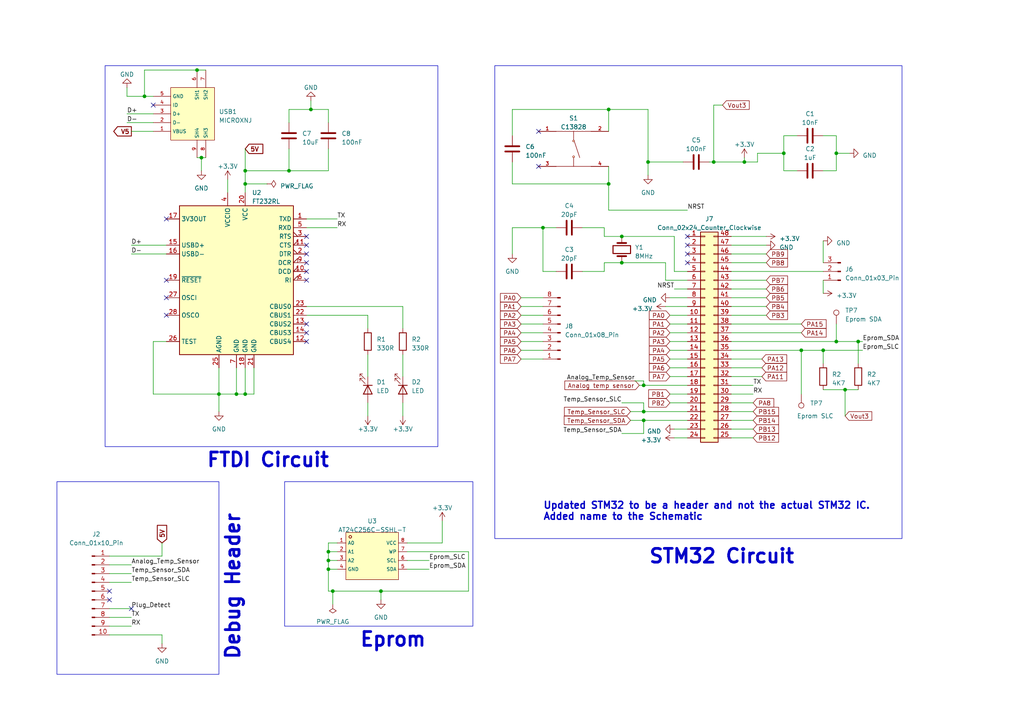
<source format=kicad_sch>
(kicad_sch (version 20230121) (generator eeschema)
  (paper "A4")
  (title_block (title "EEE3088F design project microcontroller schematic") (company "Matthew Rose-Innes"))
  (lib_symbols
    (symbol "Connector:Conn_01x03_Pin" (pin_names (offset 1.016) hide)
      (property "Reference" "J" (at 0 5.08 0))
      (property "Value" "Conn_01x03_Pin" (at 0 -5.08 0))
      (symbol "Conn_01x03_Pin_1_1"
        (pin passive line (at 5.08 2.54 180) (length 3.81) (name "Pin_1") (number "1"))
        (pin passive line (at 5.08 0 180) (length 3.81) (name "Pin_2") (number "2"))
        (pin passive line (at 5.08 -2.54 180) (length 3.81) (name "Pin_3") (number "3"))
      )
    )
    (symbol "Connector:Conn_01x08_Pin" (pin_names (offset 1.016) hide)
      (property "Reference" "J" (at 0 10.16 0))
      (property "Value" "Conn_01x08_Pin" (at 0 -12.7 0))
      (symbol "Conn_01x08_Pin_1_1"
        (pin passive line (at 5.08 7.62 180) (length 3.81) (name "Pin_1") (number "1"))
        (pin passive line (at 5.08 5.08 180) (length 3.81) (name "Pin_2") (number "2"))
        (pin passive line (at 5.08 2.54 180) (length 3.81) (name "Pin_3") (number "3"))
        (pin passive line (at 5.08 0 180) (length 3.81) (name "Pin_4") (number "4"))
        (pin passive line (at 5.08 -2.54 180) (length 3.81) (name "Pin_5") (number "5"))
        (pin passive line (at 5.08 -5.08 180) (length 3.81) (name "Pin_6") (number "6"))
        (pin passive line (at 5.08 -7.62 180) (length 3.81) (name "Pin_7") (number "7"))
        (pin passive line (at 5.08 -10.16 180) (length 3.81) (name "Pin_8") (number "8"))
      )
    )
    (symbol "Connector:Conn_01x10_Pin" (pin_names (offset 1.016) hide)
      (property "Reference" "J" (at 0 12.7 0))
      (property "Value" "Conn_01x10_Pin" (at 0 -15.24 0))
      (symbol "Conn_01x10_Pin_1_1"
        (pin passive line (at 5.08 10.16 180) (length 3.81) (name "Pin_1") (number "1"))
        (pin passive line (at 5.08 -12.7 180) (length 3.81) (name "Pin_10") (number "10"))
        (pin passive line (at 5.08 7.62 180) (length 3.81) (name "Pin_2") (number "2"))
        (pin passive line (at 5.08 5.08 180) (length 3.81) (name "Pin_3") (number "3"))
        (pin passive line (at 5.08 2.54 180) (length 3.81) (name "Pin_4") (number "4"))
        (pin passive line (at 5.08 0 180) (length 3.81) (name "Pin_5") (number "5"))
        (pin passive line (at 5.08 -2.54 180) (length 3.81) (name "Pin_6") (number "6"))
        (pin passive line (at 5.08 -5.08 180) (length 3.81) (name "Pin_7") (number "7"))
        (pin passive line (at 5.08 -7.62 180) (length 3.81) (name "Pin_8") (number "8"))
        (pin passive line (at 5.08 -10.16 180) (length 3.81) (name "Pin_9") (number "9"))
      )
    )
    (symbol "Connector:TestPoint" (pin_numbers hide) (pin_names (offset 0.762) hide)
      (property "Reference" "TP" (at 0 6.858 0))
      (property "Value" "TestPoint" (at 0 5.08 0))
      (symbol "TestPoint_1_1"
        (pin passive line (at 0 0 90) (length 2.54) (name "1") (number "1"))
      )
    )
    (symbol "Connector_Generic:Conn_02x24_Counter_Clockwise" (pin_names (offset 1.016) hide)
      (property "Reference" "J" (at 1.27 30.48 0))
      (property "Value" "Conn_02x24_Counter_Clockwise" (at 1.27 -33.02 0))
      (symbol "Conn_02x24_Counter_Clockwise_1_1"
        (pin passive line (at -5.08 27.94 0) (length 3.81) (name "Pin_1") (number "1"))
        (pin passive line (at -5.08 5.08 0) (length 3.81) (name "Pin_10") (number "10"))
        (pin passive line (at -5.08 2.54 0) (length 3.81) (name "Pin_11") (number "11"))
        (pin passive line (at -5.08 0 0) (length 3.81) (name "Pin_12") (number "12"))
        (pin passive line (at -5.08 -2.54 0) (length 3.81) (name "Pin_13") (number "13"))
        (pin passive line (at -5.08 -5.08 0) (length 3.81) (name "Pin_14") (number "14"))
        (pin passive line (at -5.08 -7.62 0) (length 3.81) (name "Pin_15") (number "15"))
        (pin passive line (at -5.08 -10.16 0) (length 3.81) (name "Pin_16") (number "16"))
        (pin passive line (at -5.08 -12.7 0) (length 3.81) (name "Pin_17") (number "17"))
        (pin passive line (at -5.08 -15.24 0) (length 3.81) (name "Pin_18") (number "18"))
        (pin passive line (at -5.08 -17.78 0) (length 3.81) (name "Pin_19") (number "19"))
        (pin passive line (at -5.08 25.4 0) (length 3.81) (name "Pin_2") (number "2"))
        (pin passive line (at -5.08 -20.32 0) (length 3.81) (name "Pin_20") (number "20"))
        (pin passive line (at -5.08 -22.86 0) (length 3.81) (name "Pin_21") (number "21"))
        (pin passive line (at -5.08 -25.4 0) (length 3.81) (name "Pin_22") (number "22"))
        (pin passive line (at -5.08 -27.94 0) (length 3.81) (name "Pin_23") (number "23"))
        (pin passive line (at -5.08 -30.48 0) (length 3.81) (name "Pin_24") (number "24"))
        (pin passive line (at 7.62 -30.48 180) (length 3.81) (name "Pin_25") (number "25"))
        (pin passive line (at 7.62 -27.94 180) (length 3.81) (name "Pin_26") (number "26"))
        (pin passive line (at 7.62 -25.4 180) (length 3.81) (name "Pin_27") (number "27"))
        (pin passive line (at 7.62 -22.86 180) (length 3.81) (name "Pin_28") (number "28"))
        (pin passive line (at 7.62 -20.32 180) (length 3.81) (name "Pin_29") (number "29"))
        (pin passive line (at -5.08 22.86 0) (length 3.81) (name "Pin_3") (number "3"))
        (pin passive line (at 7.62 -17.78 180) (length 3.81) (name "Pin_30") (number "30"))
        (pin passive line (at 7.62 -15.24 180) (length 3.81) (name "Pin_31") (number "31"))
        (pin passive line (at 7.62 -12.7 180) (length 3.81) (name "Pin_32") (number "32"))
        (pin passive line (at 7.62 -10.16 180) (length 3.81) (name "Pin_33") (number "33"))
        (pin passive line (at 7.62 -7.62 180) (length 3.81) (name "Pin_34") (number "34"))
        (pin passive line (at 7.62 -5.08 180) (length 3.81) (name "Pin_35") (number "35"))
        (pin passive line (at 7.62 -2.54 180) (length 3.81) (name "Pin_36") (number "36"))
        (pin passive line (at 7.62 0 180) (length 3.81) (name "Pin_37") (number "37"))
        (pin passive line (at 7.62 2.54 180) (length 3.81) (name "Pin_38") (number "38"))
        (pin passive line (at 7.62 5.08 180) (length 3.81) (name "Pin_39") (number "39"))
        (pin passive line (at -5.08 20.32 0) (length 3.81) (name "Pin_4") (number "4"))
        (pin passive line (at 7.62 7.62 180) (length 3.81) (name "Pin_40") (number "40"))
        (pin passive line (at 7.62 10.16 180) (length 3.81) (name "Pin_41") (number "41"))
        (pin passive line (at 7.62 12.7 180) (length 3.81) (name "Pin_42") (number "42"))
        (pin passive line (at 7.62 15.24 180) (length 3.81) (name "Pin_43") (number "43"))
        (pin passive line (at 7.62 17.78 180) (length 3.81) (name "Pin_44") (number "44"))
        (pin passive line (at 7.62 20.32 180) (length 3.81) (name "Pin_45") (number "45"))
        (pin passive line (at 7.62 22.86 180) (length 3.81) (name "Pin_46") (number "46"))
        (pin passive line (at 7.62 25.4 180) (length 3.81) (name "Pin_47") (number "47"))
        (pin passive line (at 7.62 27.94 180) (length 3.81) (name "Pin_48") (number "48"))
        (pin passive line (at -5.08 17.78 0) (length 3.81) (name "Pin_5") (number "5"))
        (pin passive line (at -5.08 15.24 0) (length 3.81) (name "Pin_6") (number "6"))
        (pin passive line (at -5.08 12.7 0) (length 3.81) (name "Pin_7") (number "7"))
        (pin passive line (at -5.08 10.16 0) (length 3.81) (name "Pin_8") (number "8"))
        (pin passive line (at -5.08 7.62 0) (length 3.81) (name "Pin_9") (number "9"))
      )
    )
    (symbol "Device:C" (pin_numbers hide) (pin_names (offset 0.254))
      (property "Reference" "C" (at 0.635 2.54 0))
      (property "Value" "C" (at 0.635 -2.54 0))
      (symbol "C_1_1"
        (pin passive line (at 0 3.81 270) (length 2.794) (name "~") (number "1"))
        (pin passive line (at 0 -3.81 90) (length 2.794) (name "~") (number "2"))
      )
    )
    (symbol "Device:Crystal" (pin_numbers hide) (pin_names (offset 1.016) hide)
      (property "Reference" "Y" (at 0 3.81 0))
      (property "Value" "Crystal" (at 0 -3.81 0))
      (symbol "Crystal_1_1"
        (pin passive line (at -3.81 0 0) (length 1.27) (name "1") (number "1"))
        (pin passive line (at 3.81 0 180) (length 1.27) (name "2") (number "2"))
      )
    )
    (symbol "Device:LED" (pin_numbers hide) (pin_names (offset 1.016) hide)
      (property "Reference" "D" (at 0 2.54 0))
      (property "Value" "LED" (at 0 -2.54 0))
      (symbol "LED_1_1"
        (pin passive line (at -3.81 0 0) (length 2.54) (name "K") (number "1"))
        (pin passive line (at 3.81 0 180) (length 2.54) (name "A") (number "2"))
      )
    )
    (symbol "Device:R" (pin_numbers hide) (pin_names (offset 0))
      (property "Reference" "R" (at 2.032 0 90))
      (property "Value" "R" (at 0 0 90))
      (symbol "R_1_1"
        (pin passive line (at 0 3.81 270) (length 1.27) (name "~") (number "1"))
        (pin passive line (at 0 -3.81 90) (length 1.27) (name "~") (number "2"))
      )
    )
    (symbol "EEprom:AT24C256C-SSHL-T"
      (property "Reference" "U" (at 0 1.27 0))
      (property "Value" "AT24C256C-SSHL-T" (at 0 -2.54 0))
      (symbol "AT24C256C-SSHL-T_0_1"
        (pin unspecified line (at -10.16 3.81 0) (length 2.54) (name "A0") (number "1"))
        (pin unspecified line (at -10.16 1.27 0) (length 2.54) (name "A1") (number "2"))
        (pin unspecified line (at -10.16 -1.27 0) (length 2.54) (name "A2") (number "3"))
        (pin unspecified line (at -10.16 -3.81 0) (length 2.54) (name "GND") (number "4"))
        (pin unspecified line (at 10.16 -3.81 180) (length 2.54) (name "SDA") (number "5"))
        (pin unspecified line (at 10.16 -1.27 180) (length 2.54) (name "SCL") (number "6"))
        (pin unspecified line (at 10.16 1.27 180) (length 2.54) (name "WP") (number "7"))
        (pin unspecified line (at 10.16 3.81 180) (length 2.54) (name "VCC") (number "8"))
      )
    )
    (symbol "Interface_USB:FT232RL"
      (property "Reference" "U" (at -16.51 22.86 0))
      (property "Value" "FT232RL" (at 10.16 22.86 0))
      (symbol "FT232RL_1_1"
        (pin output line (at 20.32 17.78 180) (length 3.81) (name "TXD") (number "1"))
        (pin input input_low (at 20.32 2.54 180) (length 3.81) (name "DCD") (number "10"))
        (pin input input_low (at 20.32 10.16 180) (length 3.81) (name "CTS") (number "11"))
        (pin bidirectional line (at 20.32 -17.78 180) (length 3.81) (name "CBUS4") (number "12"))
        (pin bidirectional line (at 20.32 -12.7 180) (length 3.81) (name "CBUS2") (number "13"))
        (pin bidirectional line (at 20.32 -15.24 180) (length 3.81) (name "CBUS3") (number "14"))
        (pin bidirectional line (at -20.32 10.16 0) (length 3.81) (name "USBD+") (number "15"))
        (pin bidirectional line (at -20.32 7.62 0) (length 3.81) (name "USBD-") (number "16"))
        (pin power_out line (at -20.32 17.78 0) (length 3.81) (name "3V3OUT") (number "17"))
        (pin power_in line (at 2.54 -25.4 90) (length 3.81) (name "GND") (number "18"))
        (pin input line (at -20.32 0 0) (length 3.81) (name "~{RESET}") (number "19"))
        (pin output output_low (at 20.32 7.62 180) (length 3.81) (name "DTR") (number "2"))
        (pin power_in line (at 2.54 25.4 270) (length 3.81) (name "VCC") (number "20"))
        (pin power_in line (at 5.08 -25.4 90) (length 3.81) (name "GND") (number "21"))
        (pin bidirectional line (at 20.32 -10.16 180) (length 3.81) (name "CBUS1") (number "22"))
        (pin bidirectional line (at 20.32 -7.62 180) (length 3.81) (name "CBUS0") (number "23"))
        (pin power_in line (at -5.08 -25.4 90) (length 3.81) (name "AGND") (number "25"))
        (pin input line (at -20.32 -17.78 0) (length 3.81) (name "TEST") (number "26"))
        (pin input line (at -20.32 -5.08 0) (length 3.81) (name "OSCI") (number "27"))
        (pin output line (at -20.32 -10.16 0) (length 3.81) (name "OSCO") (number "28"))
        (pin output output_low (at 20.32 12.7 180) (length 3.81) (name "RTS") (number "3"))
        (pin power_in line (at -2.54 25.4 270) (length 3.81) (name "VCCIO") (number "4"))
        (pin input line (at 20.32 15.24 180) (length 3.81) (name "RXD") (number "5"))
        (pin input input_low (at 20.32 0 180) (length 3.81) (name "RI") (number "6"))
        (pin power_in line (at 0 -25.4 90) (length 3.81) (name "GND") (number "7"))
        (pin input input_low (at 20.32 5.08 180) (length 3.81) (name "DCR") (number "9"))
      )
    )
    (symbol "MICROXNJ:MICROXNJ"
      (property "Reference" "USB" (at 0 1.27 0))
      (property "Value" "MICROXNJ" (at 0 -2.54 0))
      (symbol "MICROXNJ_0_1"
        (pin unspecified line (at -10.16 -5.08 0) (length 5.08) (name "VBUS") (number "1"))
        (pin unspecified line (at -10.16 -2.54 0) (length 5.08) (name "D-") (number "2"))
        (pin unspecified line (at -10.16 0 0) (length 5.08) (name "D+") (number "3"))
        (pin unspecified line (at -10.16 2.54 0) (length 5.08) (name "ID") (number "4"))
        (pin unspecified line (at -10.16 5.08 0) (length 5.08) (name "GND") (number "5"))
        (pin unspecified line (at 2.54 12.7 270) (length 5.08) (name "SH1") (number "6"))
        (pin unspecified line (at 5.08 12.7 270) (length 5.08) (name "SH2") (number "7"))
        (pin unspecified line (at 5.08 -12.7 90) (length 5.08) (name "SH3") (number "8"))
        (pin unspecified line (at 2.54 -12.7 90) (length 5.08) (name "SH4") (number "9"))
      )
    )
    (symbol "power:+3.3V" (power) (pin_names (offset 0))
      (property "Value" "+3.3V" (at 0 3.556 0))
      (symbol "+3.3V_1_1"
        (pin power_in line (at 0 0 90) (length 0) hide (name "+3.3V") (number "1"))
      )
    )
    (symbol "power:GND" (power) (pin_names (offset 0))
      (property "Value" "GND" (at 0 -3.81 0))
      (symbol "GND_1_1"
        (pin power_in line (at 0 0 270) (length 0) hide (name "GND") (number "1"))
      )
    )
    (symbol "power:PWR_FLAG" (power) (pin_numbers hide) (pin_names (offset 0) hide)
      (property "Value" "PWR_FLAG" (at 0 3.81 0))
      (symbol "PWR_FLAG_0_0"
        (pin power_out line (at 0 0 90) (length 0) (name "pwr") (number "1"))
      )
    )
    (symbol "tact switch:C13828" (pin_names hide)
      (property "Reference" "U" (at 0 1.27 0))
      (property "Value" "C13828" (at 0 -2.54 0))
      (symbol "C13828_0_1"
        (pin unspecified line (at -10.16 5.08 0) (length 5.08) (name "1") (number "1"))
        (pin unspecified line (at 10.16 5.08 180) (length 5.08) (name "2") (number "2"))
        (pin unspecified line (at -10.16 -5.08 0) (length 5.08) (name "3") (number "3"))
        (pin unspecified line (at 10.16 -5.08 180) (length 5.08) (name "4") (number "4"))
      )
    )
  )
  (junction (at 232.41 101.6))
  (junction (at 176.53 31.75))
  (junction (at 180.34 68.58))
  (junction (at 95.25 165.1))
  (junction (at 63.5 114.3))
  (junction (at 95.25 160.02))
  (junction (at 58.42 45.72))
  (junction (at 242.57 44.45))
  (junction (at 71.12 114.3))
  (junction (at 90.17 31.75))
  (junction (at 110.49 171.45))
  (junction (at 242.57 99.06))
  (junction (at 71.12 53.34))
  (junction (at 71.12 49.53))
  (junction (at 245.11 113.03))
  (junction (at 187.96 46.99))
  (junction (at 227.33 44.45))
  (junction (at 238.76 101.6))
  (junction (at 68.58 114.3))
  (junction (at 96.52 171.45))
  (junction (at 41.91 27.94))
  (junction (at 186.69 111.76))
  (junction (at 95.25 162.56))
  (junction (at 176.53 53.34))
  (junction (at 83.82 49.53))
  (junction (at 57.15 20.32))
  (junction (at 207.01 46.99))
  (junction (at 157.48 66.04))
  (junction (at 186.69 121.92))
  (junction (at 180.34 76.2))
  (junction (at 248.92 99.06))
  (junction (at 215.9 46.99))
  (junction (at 186.69 119.38))
  (no_connect (at 156.21 48.26))
  (no_connect (at 88.9 78.74))
  (no_connect (at 48.26 63.5))
  (no_connect (at 156.21 38.1))
  (no_connect (at 48.26 86.36))
  (no_connect (at 199.39 71.12))
  (no_connect (at 31.75 173.99))
  (no_connect (at 199.39 76.2))
  (no_connect (at 48.26 81.28))
  (no_connect (at 88.9 68.58))
  (no_connect (at 31.75 171.45))
  (no_connect (at 88.9 99.06))
  (no_connect (at 88.9 71.12))
  (no_connect (at 48.26 91.44))
  (no_connect (at 44.45 30.48))
  (no_connect (at 88.9 76.2))
  (no_connect (at 88.9 73.66))
  (no_connect (at 199.39 68.58))
  (no_connect (at 88.9 93.98))
  (no_connect (at 88.9 81.28))
  (no_connect (at 88.9 96.52))
  (no_connect (at 38.1 176.53))
  (no_connect (at 199.39 73.66))
  (wire (pts (xy 31.75 179.07) (xy 38.1 179.07)))
  (wire (pts (xy 36.83 33.02) (xy 44.45 33.02)))
  (wire (pts (xy 175.26 76.2) (xy 180.34 76.2)))
  (wire (pts (xy 242.57 93.98) (xy 242.57 99.06)))
  (wire (pts (xy 212.09 93.98) (xy 232.41 93.98)))
  (wire (pts (xy 31.75 184.15) (xy 46.99 184.15)))
  (wire (pts (xy 182.88 121.92) (xy 186.69 121.92)))
  (wire (pts (xy 95.25 165.1) (xy 97.79 165.1)))
  (wire (pts (xy 106.68 116.84) (xy 106.68 120.65)))
  (wire (pts (xy 57.15 20.32) (xy 59.69 20.32)))
  (wire (pts (xy 212.09 78.74) (xy 238.76 78.74)))
  (wire (pts (xy 212.09 101.6) (xy 232.41 101.6)))
  (wire (pts (xy 83.82 35.56) (xy 83.82 31.75)))
  (wire (pts (xy 83.82 43.18) (xy 83.82 49.53)))
  (wire (pts (xy 151.13 96.52) (xy 157.48 96.52)))
  (wire (pts (xy 212.09 83.82) (xy 222.25 83.82)))
  (wire (pts (xy 71.12 43.18) (xy 71.12 49.53)))
  (wire (pts (xy 212.09 96.52) (xy 232.41 96.52)))
  (wire (pts (xy 36.83 35.56) (xy 44.45 35.56)))
  (wire (pts (xy 118.11 157.48) (xy 128.27 157.48)))
  (wire (pts (xy 212.09 116.84) (xy 218.44 116.84)))
  (wire (pts (xy 118.11 162.56) (xy 124.46 162.56)))
  (wire (pts (xy 95.25 162.56) (xy 95.25 165.1)))
  (wire (pts (xy 186.69 111.76) (xy 199.39 111.76)))
  (wire (pts (xy 63.5 106.68) (xy 63.5 114.3)))
  (wire (pts (xy 71.12 53.34) (xy 77.47 53.34)))
  (wire (pts (xy 207.01 30.48) (xy 207.01 46.99)))
  (wire (pts (xy 180.34 68.58) (xy 195.58 68.58)))
  (wire (pts (xy 195.58 127) (xy 199.39 127)))
  (wire (pts (xy 116.84 102.87) (xy 116.84 109.22)))
  (wire (pts (xy 212.09 111.76) (xy 218.44 111.76)))
  (wire (pts (xy 175.26 66.04) (xy 175.26 68.58)))
  (wire (pts (xy 44.45 114.3) (xy 63.5 114.3)))
  (wire (pts (xy 238.76 49.53) (xy 242.57 49.53)))
  (wire (pts (xy 212.09 88.9) (xy 222.25 88.9)))
  (wire (pts (xy 194.31 96.52) (xy 199.39 96.52)))
  (wire (pts (xy 73.66 106.68) (xy 73.66 114.3)))
  (wire (pts (xy 182.88 119.38) (xy 186.69 119.38)))
  (wire (pts (xy 198.12 46.99) (xy 187.96 46.99)))
  (wire (pts (xy 187.96 31.75) (xy 187.96 46.99)))
  (wire (pts (xy 161.29 66.04) (xy 157.48 66.04)))
  (wire (pts (xy 193.04 81.28) (xy 199.39 81.28)))
  (wire (pts (xy 248.92 99.06) (xy 250.19 99.06)))
  (wire (pts (xy 148.59 39.37) (xy 148.59 31.75)))
  (wire (pts (xy 96.52 171.45) (xy 96.52 175.26)))
  (wire (pts (xy 83.82 31.75) (xy 90.17 31.75)))
  (wire (pts (xy 187.96 46.99) (xy 187.96 50.8)))
  (wire (pts (xy 36.83 25.4) (xy 36.83 27.94)))
  (wire (pts (xy 219.71 46.99) (xy 219.71 44.45)))
  (wire (pts (xy 116.84 88.9) (xy 88.9 88.9)))
  (wire (pts (xy 38.1 71.12) (xy 48.26 71.12)))
  (wire (pts (xy 151.13 99.06) (xy 157.48 99.06)))
  (wire (pts (xy 128.27 157.48) (xy 128.27 151.13)))
  (wire (pts (xy 31.75 168.91) (xy 38.1 168.91)))
  (wire (pts (xy 186.69 116.84) (xy 186.69 119.38)))
  (wire (pts (xy 95.25 49.53) (xy 83.82 49.53)))
  (wire (pts (xy 195.58 124.46) (xy 199.39 124.46)))
  (wire (pts (xy 212.09 104.14) (xy 220.98 104.14)))
  (wire (pts (xy 96.52 171.45) (xy 110.49 171.45)))
  (wire (pts (xy 212.09 106.68) (xy 220.98 106.68)))
  (wire (pts (xy 41.91 27.94) (xy 44.45 27.94)))
  (wire (pts (xy 186.69 119.38) (xy 199.39 119.38)))
  (wire (pts (xy 242.57 44.45) (xy 246.38 44.45)))
  (wire (pts (xy 168.91 66.04) (xy 175.26 66.04)))
  (wire (pts (xy 31.75 166.37) (xy 38.1 166.37)))
  (wire (pts (xy 238.76 69.85) (xy 238.76 76.2)))
  (wire (pts (xy 194.31 101.6) (xy 199.39 101.6)))
  (wire (pts (xy 209.55 30.48) (xy 207.01 30.48)))
  (wire (pts (xy 212.09 81.28) (xy 222.25 81.28)))
  (wire (pts (xy 195.58 78.74) (xy 195.58 68.58)))
  (wire (pts (xy 157.48 66.04) (xy 148.59 66.04)))
  (wire (pts (xy 242.57 39.37) (xy 242.57 44.45)))
  (wire (pts (xy 106.68 95.25) (xy 106.68 91.44)))
  (wire (pts (xy 248.92 99.06) (xy 248.92 105.41)))
  (wire (pts (xy 232.41 101.6) (xy 232.41 114.3)))
  (wire (pts (xy 232.41 101.6) (xy 238.76 101.6)))
  (wire (pts (xy 212.09 127) (xy 218.44 127)))
  (wire (pts (xy 71.12 114.3) (xy 68.58 114.3)))
  (wire (pts (xy 180.34 125.73) (xy 186.69 125.73)))
  (wire (pts (xy 176.53 31.75) (xy 187.96 31.75)))
  (wire (pts (xy 57.15 45.72) (xy 58.42 45.72)))
  (wire (pts (xy 71.12 49.53) (xy 71.12 53.34)))
  (wire (pts (xy 194.31 91.44) (xy 199.39 91.44)))
  (wire (pts (xy 31.75 161.29) (xy 46.99 161.29)))
  (wire (pts (xy 194.31 86.36) (xy 199.39 86.36)))
  (wire (pts (xy 227.33 49.53) (xy 231.14 49.53)))
  (wire (pts (xy 116.84 95.25) (xy 116.84 88.9)))
  (wire (pts (xy 194.31 93.98) (xy 199.39 93.98)))
  (wire (pts (xy 97.79 157.48) (xy 95.25 157.48)))
  (wire (pts (xy 194.31 106.68) (xy 199.39 106.68)))
  (wire (pts (xy 212.09 86.36) (xy 222.25 86.36)))
  (wire (pts (xy 194.31 109.22) (xy 199.39 109.22)))
  (wire (pts (xy 180.34 76.2) (xy 193.04 76.2)))
  (wire (pts (xy 186.69 121.92) (xy 186.69 125.73)))
  (wire (pts (xy 207.01 46.99) (xy 215.9 46.99)))
  (wire (pts (xy 212.09 68.58) (xy 222.25 68.58)))
  (wire (pts (xy 157.48 78.74) (xy 157.48 66.04)))
  (wire (pts (xy 90.17 31.75) (xy 95.25 31.75)))
  (wire (pts (xy 58.42 45.72) (xy 59.69 45.72)))
  (wire (pts (xy 46.99 157.48) (xy 46.99 161.29)))
  (wire (pts (xy 194.31 116.84) (xy 199.39 116.84)))
  (wire (pts (xy 219.71 44.45) (xy 227.33 44.45)))
  (wire (pts (xy 71.12 106.68) (xy 71.12 114.3)))
  (wire (pts (xy 176.53 53.34) (xy 176.53 48.26)))
  (wire (pts (xy 219.71 46.99) (xy 215.9 46.99)))
  (wire (pts (xy 48.26 99.06) (xy 44.45 99.06)))
  (wire (pts (xy 95.25 157.48) (xy 95.25 160.02)))
  (wire (pts (xy 242.57 44.45) (xy 242.57 49.53)))
  (wire (pts (xy 212.09 121.92) (xy 218.44 121.92)))
  (wire (pts (xy 176.53 53.34) (xy 148.59 53.34)))
  (wire (pts (xy 176.53 31.75) (xy 176.53 38.1)))
  (wire (pts (xy 151.13 86.36) (xy 157.48 86.36)))
  (wire (pts (xy 68.58 114.3) (xy 63.5 114.3)))
  (wire (pts (xy 135.89 160.02) (xy 135.89 171.45)))
  (wire (pts (xy 212.09 109.22) (xy 220.98 109.22)))
  (wire (pts (xy 106.68 91.44) (xy 88.9 91.44)))
  (wire (pts (xy 238.76 101.6) (xy 238.76 105.41)))
  (wire (pts (xy 118.11 165.1) (xy 124.46 165.1)))
  (wire (pts (xy 227.33 44.45) (xy 227.33 39.37)))
  (wire (pts (xy 31.75 181.61) (xy 38.1 181.61)))
  (wire (pts (xy 245.11 120.65) (xy 245.11 113.03)))
  (wire (pts (xy 238.76 39.37) (xy 242.57 39.37)))
  (wire (pts (xy 148.59 31.75) (xy 176.53 31.75)))
  (wire (pts (xy 36.83 27.94) (xy 41.91 27.94)))
  (wire (pts (xy 180.34 116.84) (xy 186.69 116.84)))
  (wire (pts (xy 31.75 163.83) (xy 38.1 163.83)))
  (wire (pts (xy 238.76 101.6) (xy 250.19 101.6)))
  (wire (pts (xy 97.79 162.56) (xy 95.25 162.56)))
  (wire (pts (xy 199.39 78.74) (xy 195.58 78.74)))
  (wire (pts (xy 38.1 73.66) (xy 48.26 73.66)))
  (wire (pts (xy 161.29 78.74) (xy 157.48 78.74)))
  (wire (pts (xy 212.09 71.12) (xy 222.25 71.12)))
  (wire (pts (xy 175.26 68.58) (xy 180.34 68.58)))
  (wire (pts (xy 95.25 171.45) (xy 95.25 165.1)))
  (wire (pts (xy 95.25 35.56) (xy 95.25 31.75)))
  (wire (pts (xy 242.57 99.06) (xy 248.92 99.06)))
  (wire (pts (xy 212.09 73.66) (xy 222.25 73.66)))
  (wire (pts (xy 185.42 111.76) (xy 186.69 111.76)))
  (wire (pts (xy 212.09 76.2) (xy 222.25 76.2)))
  (wire (pts (xy 38.1 38.1) (xy 44.45 38.1)))
  (wire (pts (xy 57.15 20.32) (xy 41.91 20.32)))
  (wire (pts (xy 193.04 88.9) (xy 199.39 88.9)))
  (wire (pts (xy 195.58 83.82) (xy 199.39 83.82)))
  (wire (pts (xy 186.69 110.49) (xy 186.69 111.76)))
  (wire (pts (xy 151.13 88.9) (xy 157.48 88.9)))
  (wire (pts (xy 73.66 114.3) (xy 71.12 114.3)))
  (wire (pts (xy 238.76 113.03) (xy 245.11 113.03)))
  (wire (pts (xy 95.25 160.02) (xy 95.25 162.56)))
  (wire (pts (xy 176.53 60.96) (xy 176.53 53.34)))
  (wire (pts (xy 90.17 29.21) (xy 90.17 31.75)))
  (wire (pts (xy 151.13 101.6) (xy 157.48 101.6)))
  (wire (pts (xy 110.49 171.45) (xy 135.89 171.45)))
  (wire (pts (xy 31.75 176.53) (xy 38.1 176.53)))
  (wire (pts (xy 110.49 171.45) (xy 110.49 173.99)))
  (wire (pts (xy 227.33 44.45) (xy 227.33 49.53)))
  (wire (pts (xy 95.25 43.18) (xy 95.25 49.53)))
  (wire (pts (xy 97.79 160.02) (xy 95.25 160.02)))
  (wire (pts (xy 194.31 104.14) (xy 199.39 104.14)))
  (wire (pts (xy 95.25 171.45) (xy 96.52 171.45)))
  (wire (pts (xy 41.91 20.32) (xy 41.91 27.94)))
  (wire (pts (xy 194.31 114.3) (xy 199.39 114.3)))
  (wire (pts (xy 168.91 78.74) (xy 175.26 78.74)))
  (wire (pts (xy 215.9 46.99) (xy 215.9 45.72)))
  (wire (pts (xy 88.9 63.5) (xy 97.79 63.5)))
  (wire (pts (xy 212.09 91.44) (xy 222.25 91.44)))
  (wire (pts (xy 68.58 106.68) (xy 68.58 114.3)))
  (wire (pts (xy 106.68 102.87) (xy 106.68 109.22)))
  (wire (pts (xy 83.82 49.53) (xy 71.12 49.53)))
  (wire (pts (xy 175.26 78.74) (xy 175.26 76.2)))
  (wire (pts (xy 193.04 76.2) (xy 193.04 81.28)))
  (wire (pts (xy 151.13 104.14) (xy 157.48 104.14)))
  (wire (pts (xy 148.59 66.04) (xy 148.59 73.66)))
  (wire (pts (xy 245.11 113.03) (xy 248.92 113.03)))
  (wire (pts (xy 66.04 52.07) (xy 66.04 55.88)))
  (wire (pts (xy 205.74 46.99) (xy 207.01 46.99)))
  (wire (pts (xy 212.09 114.3) (xy 218.44 114.3)))
  (wire (pts (xy 184.15 110.49) (xy 186.69 110.49)))
  (wire (pts (xy 71.12 53.34) (xy 71.12 55.88)))
  (wire (pts (xy 151.13 93.98) (xy 157.48 93.98)))
  (wire (pts (xy 118.11 160.02) (xy 135.89 160.02)))
  (wire (pts (xy 199.39 60.96) (xy 176.53 60.96)))
  (wire (pts (xy 44.45 99.06) (xy 44.45 114.3)))
  (wire (pts (xy 212.09 119.38) (xy 218.44 119.38)))
  (wire (pts (xy 212.09 99.06) (xy 242.57 99.06)))
  (wire (pts (xy 212.09 124.46) (xy 218.44 124.46)))
  (wire (pts (xy 227.33 39.37) (xy 231.14 39.37)))
  (wire (pts (xy 46.99 184.15) (xy 46.99 186.69)))
  (wire (pts (xy 194.31 99.06) (xy 199.39 99.06)))
  (wire (pts (xy 151.13 91.44) (xy 157.48 91.44)))
  (wire (pts (xy 238.76 81.28) (xy 238.76 85.09)))
  (wire (pts (xy 63.5 114.3) (xy 63.5 119.38)))
  (wire (pts (xy 186.69 121.92) (xy 199.39 121.92)))
  (wire (pts (xy 116.84 116.84) (xy 116.84 120.65)))
  (wire (pts (xy 88.9 66.04) (xy 97.79 66.04)))
  (wire (pts (xy 58.42 45.72) (xy 58.42 49.53)))
  (wire (pts (xy 148.59 53.34) (xy 148.59 46.99)))
  (rectangle (start 16.51 139.7) (end 63.5 195.58))
  (rectangle (start 143.51 19.05) (end 261.62 156.21))
  (rectangle (start 82.55 139.7) (end 137.16 181.61))
  (rectangle (start 30.48 19.05) (end 127 129.54))
  (text "STM32 Circuit" (at 187.96 163.83 0) (effects (font (size 4 4) bold) (justify left bottom)))
  (text "FTDI Circuit" (at 59.69 135.89 0) (effects (font (size 4 4) (thickness 0.8) bold) (justify left bottom)))
  (text "Debug Header\n" (at 69.85 191.77 90) (effects (font (size 4 4) (thickness 0.8) bold) (justify left bottom)))
  (text "Updated STM32 to be a header and not the actual STM32 IC.\nAdded name to the Schematic" (at 157.48 151.13 0) (effects (font (size 2 2) (thickness 0.4) bold) (justify left bottom)))
  (text "Eprom" (at 104.14 187.96 0) (effects (font (size 4 4) (thickness 0.8) bold) (justify left bottom)))
  (label "RX" (at 38.1 181.61 0))
  (label "Temp_Sensor_SDA" (at 180.34 125.73 180))
  (label "NRST" (at 195.58 83.82 180))
  (label "TX" (at 218.44 111.76 0))
  (label "D+" (at 38.1 71.12 0))
  (label "Eprom_SLC" (at 124.46 162.56 0))
  (label "D-" (at 38.1 73.66 0))
  (label "Analog_Temp_Sensor" (at 184.15 110.49 180))
  (label "Temp_Sensor_SLC" (at 38.1 168.91 0))
  (label "Temp_Sensor_SDA" (at 38.1 166.37 0))
  (label "RX" (at 218.44 114.3 0))
  (label "Analog_Temp_Sensor" (at 38.1 163.83 0))
  (label "Eprom_SDA" (at 250.19 99.06 0))
  (label "Eprom_SLC" (at 250.19 101.6 0))
  (label "TX" (at 38.1 179.07 0))
  (label "TX" (at 97.79 63.5 0))
  (label "Eprom_SDA" (at 124.46 165.1 0))
  (label "Temp_Sensor_SLC" (at 180.34 116.84 180))
  (label "D+" (at 36.83 33.02 0))
  (label "D-" (at 36.83 35.56 0))
  (label "NRST" (at 199.39 60.96 0))
  (label "RX" (at 97.79 66.04 0))
  (label "Plug_Detect" (at 38.1 176.53 0))
  (global_label "PA2" (shape input) (at 151.13 91.44 180) (property "Intersheetrefs" "${INTERSHEET_REFS}" (effects hide)))
  (global_label "PB5" (shape input) (at 222.25 86.36 0) (property "Intersheetrefs" "${INTERSHEET_REFS}" (effects hide)))
  (global_label "PB7" (shape input) (at 222.25 81.28 0) (property "Intersheetrefs" "${INTERSHEET_REFS}" (effects hide)))
  (global_label "PA5" (shape input) (at 194.31 104.14 180) (property "Intersheetrefs" "${INTERSHEET_REFS}" (effects hide)))
  (global_label "PA1" (shape input) (at 151.13 88.9 180) (property "Intersheetrefs" "${INTERSHEET_REFS}" (effects hide)))
  (global_label "PA0" (shape input) (at 151.13 86.36 180) (property "Intersheetrefs" "${INTERSHEET_REFS}" (effects hide)))
  (global_label "PB6" (shape input) (at 222.25 83.82 0) (property "Intersheetrefs" "${INTERSHEET_REFS}" (effects hide)))
  (global_label "Vout3" (shape input) (at 209.55 30.48 0) (property "Intersheetrefs" "${INTERSHEET_REFS}" (effects hide)))
  (global_label "PA3" (shape input) (at 151.13 93.98 180) (property "Intersheetrefs" "${INTERSHEET_REFS}" (effects hide)))
  (global_label "Temp_Sensor_SLC" (shape input) (at 182.88 119.38 180) (property "Intersheetrefs" "${INTERSHEET_REFS}" (effects hide)))
  (global_label "PA3" (shape input) (at 194.31 99.06 180) (property "Intersheetrefs" "${INTERSHEET_REFS}" (effects hide)))
  (global_label "PA1" (shape input) (at 194.31 93.98 180) (property "Intersheetrefs" "${INTERSHEET_REFS}" (effects hide)))
  (global_label "PA12" (shape input) (at 220.98 106.68 0) (property "Intersheetrefs" "${INTERSHEET_REFS}" (effects hide)))
  (global_label "PA7" (shape input) (at 194.31 109.22 180) (property "Intersheetrefs" "${INTERSHEET_REFS}" (effects hide)))
  (global_label "PB13" (shape input) (at 218.44 124.46 0) (property "Intersheetrefs" "${INTERSHEET_REFS}" (effects hide)))
  (global_label "5V" (shape input) (at 71.12 43.18 0) (effects (font bold)) (property "Intersheetrefs" "${INTERSHEET_REFS}" (effects hide)))
  (global_label "PA5" (shape input) (at 151.13 99.06 180) (property "Intersheetrefs" "${INTERSHEET_REFS}" (effects hide)))
  (global_label "PA6" (shape input) (at 151.13 101.6 180) (property "Intersheetrefs" "${INTERSHEET_REFS}" (effects hide)))
  (global_label "Vout3" (shape input) (at 245.11 120.65 0) (property "Intersheetrefs" "${INTERSHEET_REFS}" (effects hide)))
  (global_label "PB8" (shape input) (at 222.25 76.2 0) (property "Intersheetrefs" "${INTERSHEET_REFS}" (effects hide)))
  (global_label "V5" (shape output) (at 38.1 38.1 180) (effects (font bold)) (property "Intersheetrefs" "${INTERSHEET_REFS}" (effects hide)))
  (global_label "PB9" (shape input) (at 222.25 73.66 0) (property "Intersheetrefs" "${INTERSHEET_REFS}" (effects hide)))
  (global_label "PA2" (shape input) (at 194.31 96.52 180) (property "Intersheetrefs" "${INTERSHEET_REFS}" (effects hide)))
  (global_label "PA15" (shape input) (at 232.41 93.98 0) (property "Intersheetrefs" "${INTERSHEET_REFS}" (effects hide)))
  (global_label "PB15" (shape input) (at 218.44 119.38 0) (property "Intersheetrefs" "${INTERSHEET_REFS}" (effects hide)))
  (global_label "PA4" (shape input) (at 151.13 96.52 180) (property "Intersheetrefs" "${INTERSHEET_REFS}" (effects hide)))
  (global_label "PA8" (shape input) (at 218.44 116.84 0) (property "Intersheetrefs" "${INTERSHEET_REFS}" (effects hide)))
  (global_label "Analog temp sensor" (shape input) (at 185.42 111.76 180) (property "Intersheetrefs" "${INTERSHEET_REFS}" (effects hide)))
  (global_label "PA4" (shape input) (at 194.31 101.6 180) (property "Intersheetrefs" "${INTERSHEET_REFS}" (effects hide)))
  (global_label "PB3" (shape input) (at 222.25 91.44 0) (property "Intersheetrefs" "${INTERSHEET_REFS}" (effects hide)))
  (global_label "PB1" (shape input) (at 194.31 114.3 180) (property "Intersheetrefs" "${INTERSHEET_REFS}" (effects hide)))
  (global_label "PA6" (shape input) (at 194.31 106.68 180) (property "Intersheetrefs" "${INTERSHEET_REFS}" (effects hide)))
  (global_label "PB4" (shape input) (at 222.25 88.9 0) (property "Intersheetrefs" "${INTERSHEET_REFS}" (effects hide)))
  (global_label "PA7" (shape input) (at 151.13 104.14 180) (property "Intersheetrefs" "${INTERSHEET_REFS}" (effects hide)))
  (global_label "5V" (shape input) (at 46.99 157.48 90) (effects (font bold)) (property "Intersheetrefs" "${INTERSHEET_REFS}" (effects hide)))
  (global_label "PB14" (shape input) (at 218.44 121.92 0) (property "Intersheetrefs" "${INTERSHEET_REFS}" (effects hide)))
  (global_label "Temp_Sensor_SDA" (shape input) (at 182.88 121.92 180) (property "Intersheetrefs" "${INTERSHEET_REFS}" (effects hide)))
  (global_label "PA11" (shape input) (at 220.98 109.22 0) (property "Intersheetrefs" "${INTERSHEET_REFS}" (effects hide)))
  (global_label "PA14" (shape input) (at 232.41 96.52 0) (property "Intersheetrefs" "${INTERSHEET_REFS}" (effects hide)))
  (global_label "PA13" (shape input) (at 220.98 104.14 0) (property "Intersheetrefs" "${INTERSHEET_REFS}" (effects hide)))
  (global_label "PB12" (shape input) (at 218.44 127 0) (property "Intersheetrefs" "${INTERSHEET_REFS}" (effects hide)))
  (global_label "PA0" (shape input) (at 194.31 91.44 180) (property "Intersheetrefs" "${INTERSHEET_REFS}" (effects hide)))
  (global_label "PB2" (shape input) (at 194.31 116.84 180) (property "Intersheetrefs" "${INTERSHEET_REFS}" (effects hide)))
  (symbol (lib_id "power:GND") (at 46.99 186.69 0) (unit 1)
    (property "Reference" "#PWR014" (effects hide))
    (property "Value" "GND" (at 46.99 191.77 0))
  )
  (symbol (lib_id "Device:R") (at 106.68 99.06 0) (unit 1)
    (property "Reference" "R1" (at 109.22 98.425 0) (effects (justify left)))
    (property "Value" "330R" (at 109.22 100.965 0) (effects (justify left)))
    (property "Footprint" "Resistor_SMD:R_0805_2012Metric_Pad1.20x1.40mm_HandSolder" (effects hide))
    (property "Extended part" "0" (effects hide))
    (property "JLCPCB Part no:" "C17630" (effects hide))
    (property "Price per unit" "0.0017" (effects hide))
    (property "Total price" "0.0034" (effects hide))
    (property "Package" "0805" (effects hide))
  )
  (symbol (lib_id "power:GND") (at 148.59 73.66 0) (unit 1)
    (property "Reference" "#PWR04" (effects hide))
    (property "Value" "GND" (at 148.59 78.74 0))
  )
  (symbol (lib_id "EEprom:AT24C256C-SSHL-T") (at 107.95 161.29 0) (unit 1)
    (property "Reference" "U3" (at 107.95 151.13 0))
    (property "Value" "AT24C256C-SSHL-T" (at 107.95 153.67 0))
    (property "Footprint" "footprint:SOIC-8_L4.9-W3.9-P1.27-LS6.0-BL" (effects hide))
    (property "Datasheet" "https://so.szlcsc.com/global.html?c=&k=C9843" (effects hide))
    (property "LCSC" "C6482" (effects hide))
  )
  (symbol (lib_id "Device:Crystal") (at 180.34 72.39 270) (unit 1)
    (property "Reference" "Y1" (at 184.15 71.755 90) (effects (justify left)))
    (property "Value" "8MHz" (at 184.15 74.295 90) (effects (justify left)))
    (property "Footprint" "Crystal:Crystal_SMD_HC49-SD_HandSoldering" (effects hide))
    (property "Extended part" "0" (effects hide))
    (property "JLCPCB Part no:" "C12674" (effects hide))
    (property "Price per unit" "0.0864" (effects hide))
    (property "Total price" "0.0864" (effects hide))
    (property "Package" "SMD" (effects hide))
  )
  (symbol (lib_id "MICROXNJ:MICROXNJ") (at 54.61 33.02 0) (unit 1)
    (property "Reference" "USB1" (at 63.5 32.385 0) (effects (justify left)))
    (property "Value" "MICROXNJ" (at 63.5 34.925 0) (effects (justify left)))
    (property "Footprint" "footprint:MICRO-USB-SMD_MICROXNJ" (effects hide))
    (property "Datasheet" "https://item.szlcsc.com/392534.html" (effects hide))
    (property "LCSC" "C404969" (effects hide))
  )
  (symbol (lib_id "power:+3.3V") (at 193.04 88.9 90) (unit 1)
    (property "Reference" "#PWR02" (effects hide))
    (property "Value" "+3.3V" (at 189.23 89.535 90) (effects (justify left)))
    (instances (project "Microcontroller_submodule" (path "" (reference "#PWR02") (unit 1))) (project "EEE3088_design_project" (path "" (reference "#PWR019") (unit 1))))
  )
  (symbol (lib_id "Device:C") (at 165.1 66.04 90) (unit 1)
    (property "Reference" "C4" (at 165.1 59.69 90))
    (property "Value" "20pF" (at 165.1 62.23 90))
    (property "Footprint" "Capacitor_SMD:C_0805_2012Metric" (effects hide))
    (property "Extended part" "0" (effects hide))
    (property "JLCPCB Part no:" "C107145" (effects hide))
    (property "Price per unit" "0.0059" (effects hide))
    (property "Total price" "0.0118" (effects hide))
    (property "Package" "0805" (effects hide))
  )
  (symbol (lib_id "power:+3.3V") (at 238.76 85.09 270) (unit 1)
    (property "Reference" "#PWR02" (effects hide))
    (property "Value" "+3.3V" (at 242.57 85.725 90) (effects (justify left)))
    (instances (project "Microcontroller_submodule" (path "" (reference "#PWR02") (unit 1))) (project "EEE3088_design_project" (path "" (reference "#PWR011") (unit 1))))
  )
  (symbol (lib_id "Device:C") (at 83.82 39.37 0) (unit 1)
    (property "Reference" "C7" (at 87.63 38.735 0) (effects (justify left)))
    (property "Value" "10uF" (at 87.63 41.275 0) (effects (justify left)))
    (property "Footprint" "Capacitor_SMD:C_0805_2012Metric_Pad1.18x1.45mm_HandSolder" (effects hide))
    (property "Extended part" "0" (effects hide))
    (property "JLCPCB Part no:" "C15850" (effects hide))
    (property "Price per unit" "0.0135" (effects hide))
    (property "Total price" "0.0135" (effects hide))
    (property "Package" "0805" (effects hide))
  )
  (symbol (lib_id "power:+3.3V") (at 66.04 52.07 0) (unit 1)
    (property "Reference" "#PWR015" (effects hide))
    (property "Value" "+3.3V" (at 66.04 48.26 0))
  )
  (symbol (lib_id "Device:C") (at 95.25 39.37 0) (unit 1)
    (property "Reference" "C8" (at 99.06 38.735 0) (effects (justify left)))
    (property "Value" "100nF" (at 99.06 41.275 0) (effects (justify left)))
    (property "Footprint" "Capacitor_SMD:C_0805_2012Metric" (effects hide))
    (property "Extended part" "0" (effects hide))
    (property "JLCPCB Part no:" "C49678" (effects hide))
    (property "Price per unit" "0.0046" (effects hide))
    (property "Total price" "0.0138" (effects hide))
    (property "Package" "0805" (effects hide))
  )
  (symbol (lib_id "power:+3.3V") (at 222.25 68.58 270) (unit 1)
    (property "Reference" "#PWR02" (effects hide))
    (property "Value" "+3.3V" (at 226.06 69.215 90) (effects (justify left)))
    (instances (project "Microcontroller_submodule" (path "" (reference "#PWR02") (unit 1))) (project "EEE3088_design_project" (path "" (reference "#PWR022") (unit 1))))
  )
  (symbol (lib_id "power:+3.3V") (at 128.27 151.13 0) (unit 1)
    (property "Reference" "#PWR016" (effects hide))
    (property "Value" "+3.3V" (at 128.27 147.32 0))
  )
  (symbol (lib_id "power:GND") (at 90.17 29.21 180) (unit 1)
    (property "Reference" "#PWR08" (effects hide))
    (property "Value" "GND" (at 90.17 25.4 0))
  )
  (symbol (lib_id "power:GND") (at 194.31 86.36 270) (unit 1)
    (property "Reference" "#PWR05" (effects hide))
    (property "Value" "GND" (at 190.5 86.995 90) (effects (justify right)))
    (instances (project "Microcontroller_submodule" (path "" (reference "#PWR05") (unit 1))) (project "EEE3088_design_project" (path "" (reference "#PWR018") (unit 1))))
  )
  (symbol (lib_id "Device:C") (at 165.1 78.74 90) (unit 1)
    (property "Reference" "C3" (at 165.1 72.39 90))
    (property "Value" "20pF" (at 165.1 74.93 90))
    (property "Footprint" "Capacitor_SMD:C_0805_2012Metric" (effects hide))
    (property "Extended part" "0" (effects hide))
    (property "JLCPCB Part no:" "C107145" (effects hide))
    (property "Price per unit" "0.0059" (effects hide))
    (property "Total price" "0.0118" (effects hide))
    (property "Package" "0805" (effects hide))
  )
  (symbol (lib_id "power:PWR_FLAG") (at 77.47 53.34 270) (unit 1)
    (property "Reference" "#FLG03" (effects hide))
    (property "Value" "PWR_FLAG" (at 81.28 53.975 90) (effects (justify left)))
  )
  (symbol (lib_id "Device:R") (at 116.84 99.06 0) (unit 1)
    (property "Reference" "R2" (at 119.38 98.425 0) (effects (justify left)))
    (property "Value" "330R" (at 119.38 100.965 0) (effects (justify left)))
    (property "Footprint" "Resistor_SMD:R_0805_2012Metric_Pad1.20x1.40mm_HandSolder" (effects hide))
    (property "Extended part" "0" (effects hide))
    (property "JLCPCB Part no:" "C17630" (effects hide))
    (property "Price per unit" "0.0017" (effects hide))
    (property "Total price" "0.0034" (effects hide))
    (property "Package" "0805" (effects hide))
  )
  (symbol (lib_id "tact switch:C13828") (at 166.37 43.18 0) (unit 1)
    (property "Reference" "S1" (at 166.37 34.29 0))
    (property "Value" "C13828" (at 166.37 36.83 0))
    (property "Footprint" "footprint:SW-TH_4P-L6.0-W6.0-P4.50-LS6.5" (effects hide))
    (property "Datasheet" "https://item.szlcsc.com/14483.html" (effects hide))
    (property "LCSC" "C13828" (effects hide))
  )
  (symbol (lib_id "Interface_USB:FT232RL") (at 68.58 81.28 0) (unit 1)
    (property "Reference" "U2" (at 73.0759 55.88 0) (effects (justify left)))
    (property "Value" "FT232RL" (at 73.0759 58.42 0) (effects (justify left)))
    (property "Footprint" "Package_SO:SSOP-28_5.3x10.2mm_P0.65mm" (effects hide))
    (property "Datasheet" "https://www.ftdichip.com/Support/Documents/DataSheets/ICs/DS_FT232R.pdf" (effects hide))
    (property "Extended part" "1" (effects hide))
    (property "JLCPCB Part no:" "C8690" (effects hide))
    (property "Price per unit" "5.6293" (effects hide))
    (property "Total price" "8.6293" (effects hide))
    (property "Package" "SMD" (effects hide))
  )
  (symbol (lib_id "Device:C") (at 234.95 49.53 270) (unit 1)
    (property "Reference" "C2" (at 234.95 43.18 90))
    (property "Value" "1uF" (at 234.95 45.72 90))
    (property "Footprint" "Capacitor_SMD:C_0805_2012Metric_Pad1.18x1.45mm_HandSolder" (effects hide))
    (property "Extended part" "0" (effects hide))
    (property "JLCPCB Part no:" "C28323" (effects hide))
    (property "Price per unit" "0.0087" (effects hide))
    (property "Total price" "0.0087" (effects hide))
    (property "Package" "0805" (effects hide))
  )
  (symbol (lib_id "power:+3.3V") (at 195.58 127 90) (unit 1)
    (property "Reference" "#PWR02" (effects hide))
    (property "Value" "+3.3V" (at 191.77 127.635 90) (effects (justify left)))
    (instances (project "Microcontroller_submodule" (path "" (reference "#PWR02") (unit 1))) (project "EEE3088_design_project" (path "" (reference "#PWR021") (unit 1))))
  )
  (symbol (lib_id "Device:LED") (at 116.84 113.03 270) (unit 1)
    (property "Reference" "D2" (at 119.38 110.8075 90) (effects (justify left)))
    (property "Value" "LED" (at 119.38 113.3475 90) (effects (justify left)))
    (property "Footprint" "LED_SMD:LED_0805_2012Metric_Pad1.15x1.40mm_HandSolder" (effects hide))
    (property "Extended part" "0" (effects hide))
    (property "JLCPCB Part no:" "C2296" (effects hide))
    (property "Price per unit" "0.0119" (effects hide))
    (property "Total price" "0.0398" (effects hide))
    (property "Package" "0805" (effects hide))
  )
  (symbol (lib_id "Connector:Conn_01x10_Pin") (at 26.67 171.45 0) (unit 1)
    (property "Reference" "J2" (at 27.94 154.94 0))
    (property "Value" "Conn_01x10_Pin" (at 27.94 157.48 0))
    (property "Footprint" "Connector_PinHeader_2.54mm:PinHeader_1x10_P2.54mm_Vertical" (effects hide))
  )
  (symbol (lib_id "power:+3.3V") (at 106.68 120.65 180) (unit 1)
    (property "Reference" "#PWR010" (effects hide))
    (property "Value" "+3.3V" (at 106.68 124.46 0))
  )
  (symbol (lib_id "Device:C") (at 148.59 43.18 0) (unit 1)
    (property "Reference" "C6" (at 152.4 42.545 0) (effects (justify left)))
    (property "Value" "100nF" (at 152.4 45.085 0) (effects (justify left)))
    (property "Footprint" "Capacitor_SMD:C_0805_2012Metric" (effects hide))
    (property "Extended part" "0" (effects hide))
    (property "JLCPCB Part no:" "C49678" (effects hide))
    (property "Price per unit" "0.0046" (effects hide))
    (property "Total price" "0.0138" (effects hide))
    (property "Package" "0805" (effects hide))
  )
  (symbol (lib_id "Device:C") (at 234.95 39.37 270) (unit 1)
    (property "Reference" "C1" (at 234.95 33.02 90))
    (property "Value" "10nF" (at 234.95 35.56 90))
    (property "Footprint" "Capacitor_SMD:C_0805_2012Metric" (effects hide))
    (property "Extended part" "0" (effects hide))
    (property "JLCPCB Part no:" "C49678" (effects hide))
    (property "Price per unit" "0.0046" (effects hide))
    (property "Total price" "0.0046" (effects hide))
    (property "Package" "0805" (effects hide))
  )
  (symbol (lib_id "power:+3.3V") (at 116.84 120.65 180) (unit 1)
    (property "Reference" "#PWR09" (effects hide))
    (property "Value" "+3.3V" (at 116.84 124.46 0))
  )
  (symbol (lib_id "power:PWR_FLAG") (at 96.52 175.26 180) (unit 1)
    (property "Reference" "#FLG02" (effects hide))
    (property "Value" "PWR_FLAG" (at 96.52 180.34 0))
  )
  (symbol (lib_id "Device:LED") (at 106.68 113.03 270) (unit 1)
    (property "Reference" "D1" (at 109.22 110.8075 90) (effects (justify left)))
    (property "Value" "LED" (at 109.22 113.3475 90) (effects (justify left)))
    (property "Footprint" "LED_SMD:LED_0805_2012Metric_Pad1.15x1.40mm_HandSolder" (effects hide))
    (property "Extended part" "0" (effects hide))
    (property "JLCPCB Part no:" "C2296" (effects hide))
    (property "Price per unit" "0.0119" (effects hide))
    (property "Total price" "0.0398" (effects hide))
    (property "Package" "0805" (effects hide))
  )
  (symbol (lib_id "power:GND") (at 36.83 25.4 180) (unit 1)
    (property "Reference" "#PWR012" (effects hide))
    (property "Value" "GND" (at 36.83 21.59 0))
  )
  (symbol (lib_id "power:GND") (at 58.42 49.53 0) (unit 1)
    (property "Reference" "#PWR012" (effects hide))
    (property "Value" "GND" (at 58.42 54.61 0))
    (instances (project "Microcontroller_submodule" (path "" (reference "#PWR012") (unit 1))) (project "EEE3088_design_project" (path "" (reference "#PWR024") (unit 1))))
  )
  (symbol (lib_id "Device:R") (at 248.92 109.22 0) (unit 1)
    (property "Reference" "R2" (at 251.46 108.585 0) (effects (justify left)))
    (property "Value" "4K7" (at 251.46 111.125 0) (effects (justify left)))
    (property "Footprint" "Resistor_SMD:R_0805_2012Metric_Pad1.20x1.40mm_HandSolder" (effects hide))
    (property "Extended part" "0" (effects hide))
    (property "JLCPCB Part no:" "C17630" (effects hide))
    (property "Price per unit" "0.0017" (effects hide))
    (property "Total price" "0.0034" (effects hide))
    (property "Package" "0805" (effects hide))
    (instances (project "Microcontroller_submodule" (path "" (reference "R2") (unit 1))) (project "EEE3088_design_project" (path "" (reference "R9") (unit 1))))
  )
  (symbol (lib_id "power:GND") (at 222.25 71.12 90) (unit 1)
    (property "Reference" "#PWR05" (effects hide))
    (property "Value" "GND" (at 226.06 71.755 90) (effects (justify right)))
    (instances (project "Microcontroller_submodule" (path "" (reference "#PWR05") (unit 1))) (project "EEE3088_design_project" (path "" (reference "#PWR023") (unit 1))))
  )
  (symbol (lib_id "power:GND") (at 187.96 50.8 0) (unit 1)
    (property "Reference" "#PWR05" (effects hide))
    (property "Value" "GND" (at 187.96 55.88 0))
    (instances (project "Microcontroller_submodule" (path "" (reference "#PWR05") (unit 1))) (project "EEE3088_design_project" (path "" (reference "#PWR0101") (unit 1))))
  )
  (symbol (lib_id "power:GND") (at 246.38 44.45 90) (unit 1)
    (property "Reference" "#PWR03" (effects hide))
    (property "Value" "GND" (at 250.19 45.085 90) (effects (justify right)))
    (instances (project "Microcontroller_submodule" (path "" (reference "#PWR03") (unit 1))) (project "EEE3088_design_project" (path "" (reference "#PWR0103") (unit 1))))
  )
  (symbol (lib_id "power:GND") (at 110.49 173.99 0) (unit 1)
    (property "Reference" "#PWR017" (effects hide))
    (property "Value" "GND" (at 110.49 179.07 0))
  )
  (symbol (lib_id "Connector:Conn_01x08_Pin") (at 162.56 96.52 180) (unit 1)
    (property "Reference" "J8" (at 163.83 94.615 0) (effects (justify right)))
    (property "Value" "Conn_01x08_Pin" (at 163.83 97.155 0) (effects (justify right)))
    (property "Footprint" "Connector_PinHeader_2.54mm:PinHeader_1x08_P2.54mm_Vertical" (effects hide))
  )
  (symbol (lib_id "Device:C") (at 201.93 46.99 90) (unit 1)
    (property "Reference" "C5" (at 201.93 40.64 90))
    (property "Value" "100nF" (at 201.93 43.18 90))
    (property "Footprint" "Capacitor_SMD:C_0805_2012Metric" (effects hide))
    (property "Extended part" "0" (effects hide))
    (property "JLCPCB Part no:" "C49678" (effects hide))
    (property "Price per unit" "0.0046" (effects hide))
    (property "Total price" "0.0138" (effects hide))
    (property "Package" "0805" (effects hide))
  )
  (symbol (lib_id "power:+3.3V") (at 215.9 45.72 0) (unit 1)
    (property "Reference" "#PWR02" (effects hide))
    (property "Value" "+3.3V" (at 215.9 41.91 0))
    (instances (project "Microcontroller_submodule" (path "" (reference "#PWR02") (unit 1))) (project "EEE3088_design_project" (path "" (reference "#PWR0104") (unit 1))))
  )
  (symbol (lib_id "Connector_Generic:Conn_02x24_Counter_Clockwise") (at 204.47 96.52 0) (unit 1)
    (property "Reference" "J7" (at 205.74 63.5 0))
    (property "Value" "Conn_02x24_Counter_Clockwise" (at 205.74 66.04 0))
    (property "Footprint" "STM32:STM32F051C6T6" (effects hide))
  )
  (symbol (lib_id "power:GND") (at 238.76 69.85 90) (unit 1)
    (property "Reference" "#PWR05" (effects hide))
    (property "Value" "GND" (at 242.57 70.485 90) (effects (justify right)))
    (instances (project "Microcontroller_submodule" (path "" (reference "#PWR05") (unit 1))) (project "EEE3088_design_project" (path "" (reference "#PWR013") (unit 1))))
  )
  (symbol (lib_id "Connector:TestPoint") (at 232.41 114.3 180) (unit 1)
    (property "Reference" "TP7" (at 234.95 116.967 0) (effects (justify right)))
    (property "Value" "Eprom SLC" (at 231.14 120.65 0) (effects (justify right)))
    (property "Footprint" "TestPoint:TestPoint_THTPad_1.0x1.0mm_Drill0.5mm" (effects hide))
    (property "Component $ Value" "0" (effects hide))
    (instances (project "EEE3088_design_project" (path "" (reference "TP7") (unit 1)) (path "" (reference "TP10") (unit 1))) (project "Sensor Submodule" (path "" (reference "TP4") (unit 1))))
  )
  (symbol (lib_id "Device:R") (at 238.76 109.22 0) (unit 1)
    (property "Reference" "R2" (at 241.3 108.585 0) (effects (justify left)))
    (property "Value" "4K7" (at 241.3 111.125 0) (effects (justify left)))
    (property "Footprint" "Resistor_SMD:R_0805_2012Metric_Pad1.20x1.40mm_HandSolder" (effects hide))
    (property "Extended part" "0" (effects hide))
    (property "JLCPCB Part no:" "C17630" (effects hide))
    (property "Price per unit" "0.0017" (effects hide))
    (property "Total price" "0.0034" (effects hide))
    (property "Package" "0805" (effects hide))
    (instances (project "Microcontroller_submodule" (path "" (reference "R2") (unit 1))) (project "EEE3088_design_project" (path "" (reference "R8") (unit 1))))
  )
  (symbol (lib_id "power:GND") (at 63.5 119.38 0) (unit 1)
    (property "Reference" "#PWR07" (effects hide))
    (property "Value" "GND" (at 63.5 124.46 0))
  )
  (symbol (lib_id "Connector:TestPoint") (at 242.57 93.98 0) (unit 1)
    (property "Reference" "TP7" (at 245.11 90.043 0) (effects (justify left)))
    (property "Value" "Eprom SDA" (at 245.11 92.583 0) (effects (justify left)))
    (property "Footprint" "TestPoint:TestPoint_THTPad_1.0x1.0mm_Drill0.5mm" (effects hide))
    (property "Component $ Value" "0" (effects hide))
    (instances (project "EEE3088_design_project" (path "" (reference "TP7") (unit 1)) (path "" (reference "TP9") (unit 1))) (project "Sensor Submodule" (path "" (reference "TP4") (unit 1))))
  )
  (symbol (lib_id "Connector:Conn_01x03_Pin") (at 243.84 78.74 180) (unit 1)
    (property "Reference" "J6" (at 245.11 78.105 0) (effects (justify right)))
    (property "Value" "Conn_01x03_Pin" (at 245.11 80.645 0) (effects (justify right)))
    (property "Footprint" "Connector_PinHeader_2.54mm:PinHeader_1x03_P2.54mm_Vertical" (effects hide))
  )
  (symbol (lib_id "power:GND") (at 195.58 124.46 270) (unit 1)
    (property "Reference" "#PWR01" (effects hide))
    (property "Value" "GND" (at 191.77 125.095 90) (effects (justify right)))
    (instances (project "Microcontroller_submodule" (path "" (reference "#PWR01") (unit 1))) (project "EEE3088_design_project" (path "" (reference "#PWR020") (unit 1))))
  )
)
</source>
